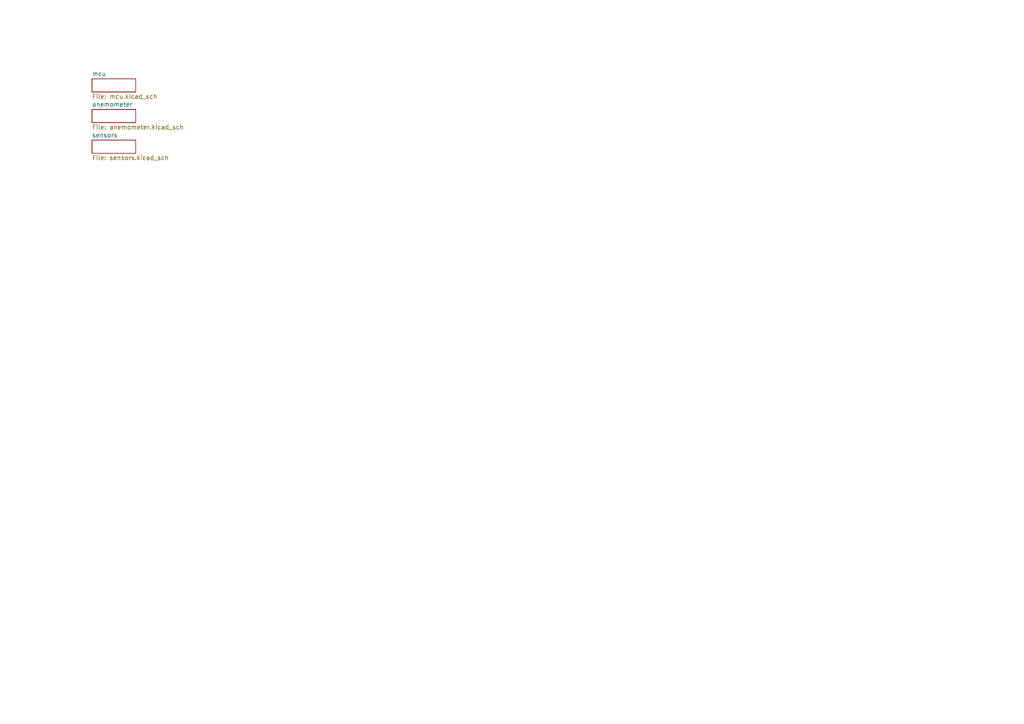
<source format=kicad_sch>
(kicad_sch
	(version 20250114)
	(generator "eeschema")
	(generator_version "9.0")
	(uuid "05a10ba7-a880-4927-a608-7708cb6b2cfa")
	(paper "A4")
	(lib_symbols)
	(sheet
		(at 26.67 31.75)
		(size 12.7 3.81)
		(exclude_from_sim no)
		(in_bom yes)
		(on_board yes)
		(dnp no)
		(fields_autoplaced yes)
		(stroke
			(width 0)
			(type solid)
		)
		(fill
			(color 0 0 0 0.0000)
		)
		(uuid "251367c4-74db-444e-b4f4-ec45305787b2")
		(property "Sheetname" "anemometer"
			(at 26.67 31.0384 0)
			(effects
				(font
					(size 1.27 1.27)
				)
				(justify left bottom)
			)
		)
		(property "Sheetfile" "anemometer.kicad_sch"
			(at 26.67 36.1446 0)
			(effects
				(font
					(size 1.27 1.27)
				)
				(justify left top)
			)
		)
		(instances
			(project "u_anemometer"
				(path "/05a10ba7-a880-4927-a608-7708cb6b2cfa"
					(page "2")
				)
			)
		)
	)
	(sheet
		(at 26.67 40.64)
		(size 12.7 3.81)
		(exclude_from_sim no)
		(in_bom yes)
		(on_board yes)
		(dnp no)
		(fields_autoplaced yes)
		(stroke
			(width 0)
			(type solid)
		)
		(fill
			(color 0 0 0 0.0000)
		)
		(uuid "2971185e-a34b-4c58-af7b-eb4edb7affde")
		(property "Sheetname" "sensors"
			(at 26.67 39.9284 0)
			(effects
				(font
					(size 1.27 1.27)
				)
				(justify left bottom)
			)
		)
		(property "Sheetfile" "sensors.kicad_sch"
			(at 26.67 45.0346 0)
			(effects
				(font
					(size 1.27 1.27)
				)
				(justify left top)
			)
		)
		(instances
			(project "u_anemometer"
				(path "/05a10ba7-a880-4927-a608-7708cb6b2cfa"
					(page "3")
				)
			)
		)
	)
	(sheet
		(at 26.67 22.86)
		(size 12.7 3.81)
		(exclude_from_sim no)
		(in_bom yes)
		(on_board yes)
		(dnp no)
		(fields_autoplaced yes)
		(stroke
			(width 0)
			(type solid)
		)
		(fill
			(color 0 0 0 0.0000)
		)
		(uuid "f385fe00-3e99-47d6-95a7-4ea24593328a")
		(property "Sheetname" "mcu"
			(at 26.67 22.1484 0)
			(effects
				(font
					(size 1.27 1.27)
				)
				(justify left bottom)
			)
		)
		(property "Sheetfile" "mcu.kicad_sch"
			(at 26.67 27.2546 0)
			(effects
				(font
					(size 1.27 1.27)
				)
				(justify left top)
			)
		)
		(instances
			(project "u_anemometer"
				(path "/05a10ba7-a880-4927-a608-7708cb6b2cfa"
					(page "1")
				)
			)
		)
	)
)

</source>
